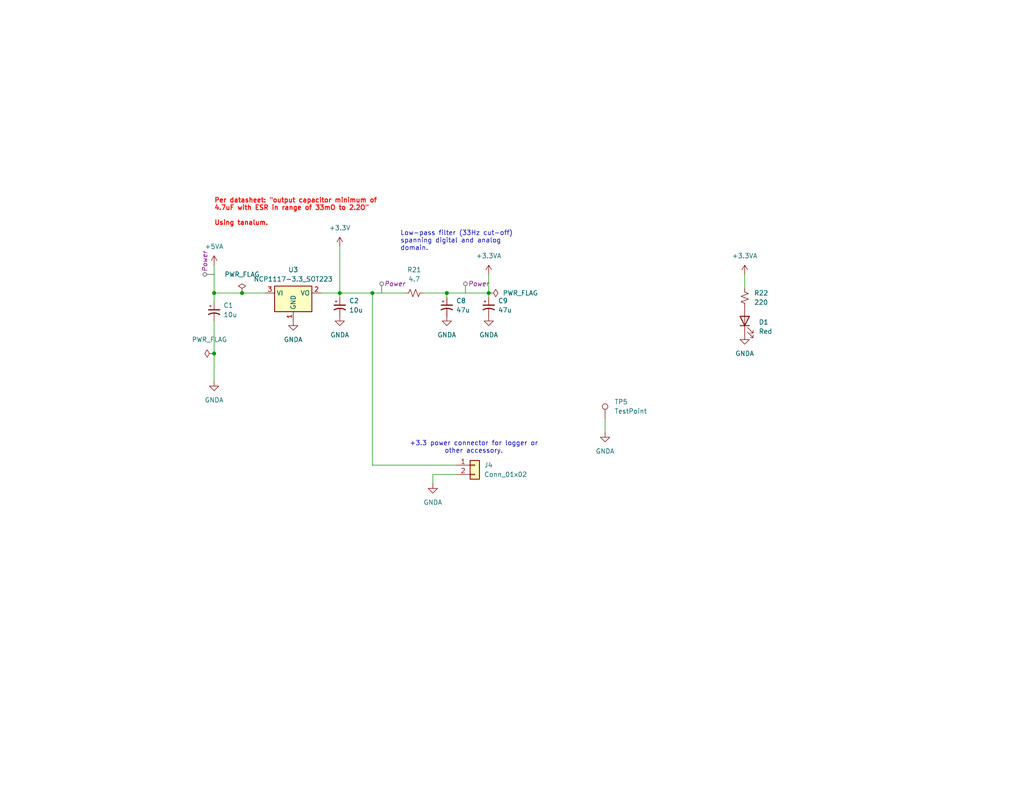
<source format=kicad_sch>
(kicad_sch (version 20231120) (generator "eeschema") (generator_version "8.0")
  (paper "USLetter")
  (title_block (title "MicroLink - Power Related") (date "2024-04-10") (rev "2") (company "Bruce MacKinnon KC1FSZ") (comment 1 "Copyright (C) 2024 - Not For Commercial Use"))
  (lib_symbols
    (symbol "Connector:TestPoint" (pin_numbers hide) (pin_names (offset 0.762) hide)
      (property "Reference" "TP" (at 0 6.858 0))
      (property "Value" "TestPoint" (at 0 5.08 0))
      (symbol "TestPoint_0_1"
        (circle (center 0 3.302) (radius 0.762))
      )
      (symbol "TestPoint_1_1"
        (pin passive line (at 0 0 90) (length 2.54) (name "1") (number "1"))
      )
    )
    (symbol "Connector_Generic:Conn_01x02" (pin_names (offset 1.016) hide)
      (property "Reference" "J" (at 0 2.54 0))
      (property "Value" "Conn_01x02" (at 0 -5.08 0))
      (symbol "Conn_01x02_1_1"
        (rectangle (start -1.27 -2.413) (end 0 -2.667) (stroke (width 0.1524)))
        (rectangle (start -1.27 0.127) (end 0 -0.127) (stroke (width 0.1524)))
        (rectangle (start -1.27 1.27) (end 1.27 -3.81) (stroke (width 0.254)) (fill (type background)))
        (pin passive line (at -5.08 0 0) (length 3.81) (name "Pin_1") (number "1"))
        (pin passive line (at -5.08 -2.54 0) (length 3.81) (name "Pin_2") (number "2"))
      )
    )
    (symbol "Device:C_Polarized_Small_US" (pin_numbers hide) (pin_names (offset 0.254) hide)
      (property "Reference" "C" (at 0.254 1.778 0))
      (property "Value" "C_Polarized_Small_US" (at 0.254 -2.032 0))
      (symbol "C_Polarized_Small_US_0_1"
        (polyline (pts (xy -1.524 0.508) (xy 1.524 0.508)) (stroke (width 0.3048)))
        (polyline (pts (xy -1.27 1.524) (xy -0.762 1.524)))
        (polyline (pts (xy -1.016 1.27) (xy -1.016 1.778)))
        (arc (start 1.524 -0.762) (mid 0 -0.3734) (end -1.524 -0.762) (stroke (width 0.3048)))
      )
      (symbol "C_Polarized_Small_US_1_1"
        (pin passive line (at 0 2.54 270) (length 2.032) (name "~") (number "1"))
        (pin passive line (at 0 -2.54 90) (length 2.032) (name "~") (number "2"))
      )
    )
    (symbol "Device:LED" (pin_numbers hide) (pin_names (offset 1.016) hide)
      (property "Reference" "D" (at 0 2.54 0))
      (property "Value" "LED" (at 0 -2.54 0))
      (symbol "LED_0_1"
        (polyline (pts (xy -1.27 -1.27) (xy -1.27 1.27)) (stroke (width 0.254)))
        (polyline (pts (xy -1.27 0) (xy 1.27 0)))
        (polyline (pts (xy 1.27 -1.27) (xy 1.27 1.27) (xy -1.27 0) (xy 1.27 -1.27)) (stroke (width 0.254)))
        (polyline (pts (xy -3.048 -0.762) (xy -4.572 -2.286) (xy -3.81 -2.286) (xy -4.572 -2.286) (xy -4.572 -1.524)))
        (polyline (pts (xy -1.778 -0.762) (xy -3.302 -2.286) (xy -2.54 -2.286) (xy -3.302 -2.286) (xy -3.302 -1.524)))
      )
      (symbol "LED_1_1"
        (pin passive line (at -3.81 0 0) (length 2.54) (name "K") (number "1"))
        (pin passive line (at 3.81 0 180) (length 2.54) (name "A") (number "2"))
      )
    )
    (symbol "Device:R_Small_US" (pin_numbers hide) (pin_names (offset 0.254) hide)
      (property "Reference" "R" (at 0.762 0.508 0))
      (property "Value" "R_Small_US" (at 0.762 -1.016 0))
      (symbol "R_Small_US_1_1"
        (polyline (pts (xy 0 0) (xy 1.016 -0.381) (xy 0 -0.762) (xy -1.016 -1.143) (xy 0 -1.524)))
        (polyline (pts (xy 0 1.524) (xy 1.016 1.143) (xy 0 0.762) (xy -1.016 0.381) (xy 0 0)))
        (pin passive line (at 0 2.54 270) (length 1.016) (name "~") (number "1"))
        (pin passive line (at 0 -2.54 90) (length 1.016) (name "~") (number "2"))
      )
    )
    (symbol "Regulator_Linear:NCP1117-3.3_SOT223"
      (property "Reference" "U" (at -3.81 3.175 0))
      (property "Value" "NCP1117-3.3_SOT223" (at 0 3.175 0))
      (symbol "NCP1117-3.3_SOT223_0_1"
        (rectangle (start -5.08 -5.08) (end 5.08 1.905) (stroke (width 0.254)) (fill (type background)))
      )
      (symbol "NCP1117-3.3_SOT223_1_1"
        (pin power_in line (at 0 -7.62 90) (length 2.54) (name "GND") (number "1"))
        (pin power_out line (at 7.62 0 180) (length 2.54) (name "VO") (number "2"))
        (pin power_in line (at -7.62 0 0) (length 2.54) (name "VI") (number "3"))
      )
    )
    (symbol "power:+3.3V" (power) (pin_numbers hide) (pin_names (offset 0) hide)
      (property "Value" "+3.3V" (at 0 3.556 0))
      (symbol "+3.3V_0_1"
        (polyline (pts (xy -0.762 1.27) (xy 0 2.54)))
        (polyline (pts (xy 0 0) (xy 0 2.54)))
        (polyline (pts (xy 0 2.54) (xy 0.762 1.27)))
      )
      (symbol "+3.3V_1_1"
        (pin power_in line (at 0 0 90) (length 0) (name "~") (number "1"))
      )
    )
    (symbol "power:+3.3VA" (power) (pin_numbers hide) (pin_names (offset 0) hide)
      (property "Value" "+3.3VA" (at 0 3.556 0))
      (symbol "+3.3VA_0_1"
        (polyline (pts (xy -0.762 1.27) (xy 0 2.54)))
        (polyline (pts (xy 0 0) (xy 0 2.54)))
        (polyline (pts (xy 0 2.54) (xy 0.762 1.27)))
      )
      (symbol "+3.3VA_1_1"
        (pin power_in line (at 0 0 90) (length 0) (name "~") (number "1"))
      )
    )
    (symbol "power:+5VA" (power) (pin_numbers hide) (pin_names (offset 0) hide)
      (property "Value" "+5VA" (at 0 3.556 0))
      (symbol "+5VA_0_1"
        (polyline (pts (xy -0.762 1.27) (xy 0 2.54)))
        (polyline (pts (xy 0 0) (xy 0 2.54)))
        (polyline (pts (xy 0 2.54) (xy 0.762 1.27)))
      )
      (symbol "+5VA_1_1"
        (pin power_in line (at 0 0 90) (length 0) (name "~") (number "1"))
      )
    )
    (symbol "power:GNDA" (power) (pin_numbers hide) (pin_names (offset 0) hide)
      (property "Value" "GNDA" (at 0 -3.81 0))
      (symbol "GNDA_0_1"
        (polyline (pts (xy 0 0) (xy 0 -1.27) (xy 1.27 -1.27) (xy 0 -2.54) (xy -1.27 -1.27) (xy 0 -1.27)))
      )
      (symbol "GNDA_1_1"
        (pin power_in line (at 0 0 270) (length 0) (name "~") (number "1"))
      )
    )
    (symbol "power:PWR_FLAG" (power) (pin_numbers hide) (pin_names (offset 0) hide)
      (property "Value" "PWR_FLAG" (at 0 3.81 0))
      (symbol "PWR_FLAG_0_0"
        (pin power_out line (at 0 0 90) (length 0) (name "~") (number "1"))
      )
      (symbol "PWR_FLAG_0_1"
        (polyline (pts (xy 0 0) (xy 0 1.27) (xy -1.016 1.905) (xy 0 2.54) (xy 1.016 1.905) (xy 0 1.27)))
      )
    )
  )
  (junction (at 121.92 80.01))
  (junction (at 101.6 80.01))
  (junction (at 66.04 80.01))
  (junction (at 58.42 96.52))
  (junction (at 58.42 80.01))
  (junction (at 92.71 80.01))
  (junction (at 133.35 80.01))
  (wire (pts (xy 165.1 114.3) (xy 165.1 118.11)))
  (wire (pts (xy 87.63 80.01) (xy 92.71 80.01)))
  (wire (pts (xy 101.6 80.01) (xy 110.49 80.01)))
  (wire (pts (xy 124.46 129.54) (xy 118.11 129.54)))
  (wire (pts (xy 58.42 72.39) (xy 58.42 80.01)))
  (wire (pts (xy 121.92 80.01) (xy 133.35 80.01)))
  (wire (pts (xy 101.6 80.01) (xy 101.6 127)))
  (wire (pts (xy 115.57 80.01) (xy 121.92 80.01)))
  (wire (pts (xy 133.35 80.01) (xy 133.35 81.28)))
  (wire (pts (xy 121.92 80.01) (xy 121.92 81.28)))
  (wire (pts (xy 58.42 87.63) (xy 58.42 96.52)))
  (wire (pts (xy 118.11 129.54) (xy 118.11 132.08)))
  (wire (pts (xy 203.2 74.93) (xy 203.2 78.74)))
  (wire (pts (xy 66.04 80.01) (xy 72.39 80.01)))
  (wire (pts (xy 58.42 80.01) (xy 66.04 80.01)))
  (wire (pts (xy 101.6 127) (xy 124.46 127)))
  (wire (pts (xy 133.35 74.93) (xy 133.35 80.01)))
  (wire (pts (xy 58.42 96.52) (xy 58.42 104.14)))
  (wire (pts (xy 92.71 80.01) (xy 92.71 81.28)))
  (wire (pts (xy 92.71 67.31) (xy 92.71 80.01)))
  (wire (pts (xy 92.71 80.01) (xy 101.6 80.01)))
  (wire (pts (xy 58.42 82.55) (xy 58.42 80.01)))
  (text "+3.3 power connector for logger or\nother accessory." (at 129.286 122.174 0) (effects (font (size 1.27 1.27))))
  (text "Low-pass filter (33Hz cut-off)\nspanning digital and analog \ndomain." (at 109.22 68.58 0) (effects (font (size 1.27 1.27)) (justify left bottom)))
  (text "Per datasheet: \"output capacitor minimum of \n4.7uF with ESR in range of 33mO to 2.2O\"\n\nUsing tanalum." (at 58.42 61.722 0) (effects (font (size 1.27 1.27) (thickness 0.254) (bold yes)) (justify left bottom)))
  (netclass_flag "" (length 2.54) (shape round) (at 58.42 74.93 90) (property "Netclass" "Power" (at 55.88 74.2315 90) (effects (font (italic yes)) (justify left))))
  (netclass_flag "" (length 2.54) (shape round) (at 127 80.01 0) (property "Netclass" "Power" (at 127.6985 77.47 0) (effects (font (italic yes)) (justify left))))
  (netclass_flag "" (length 2.54) (shape round) (at 104.14 80.01 0) (property "Netclass" "Power" (at 104.8385 77.47 0) (effects (font (italic yes)) (justify left))))
  (symbol (lib_id "Connector_Generic:Conn_01x02") (at 129.54 127 0) (unit 1)
    (property "Reference" "J4" (at 132.08 126.9999 0) (effects (justify left)))
    (property "Value" "Conn_01x02" (at 132.08 129.5399 0) (effects (justify left)))
    (property "Footprint" "Connector_PinHeader_2.54mm:PinHeader_1x02_P2.54mm_Vertical" (effects (hide yes)))
    (property "Description" "Generic connector, single row, 01x02, script generated (kicad-library-utils/schlib/autogen/connector/)" (effects (hide yes)))
  )
  (symbol (lib_id "Device:C_Polarized_Small_US") (at 121.92 83.82 0) (unit 1)
    (property "Reference" "C8" (at 124.46 82.1181 0) (effects (justify left)))
    (property "Value" "47u" (at 124.46 84.6581 0) (effects (justify left)))
    (property "Footprint" "bruce-footprints:CPOL_0805_2012Metric_Pad1.18x1.45mm_HandSolder" (effects (hide yes)))
    (property "Description" "Polarized capacitor, small US symbol" (effects (hide yes)))
  )
  (symbol (lib_id "power:GNDA") (at 80.01 87.63 0) (unit 1)
    (property "Reference" "#PWR021" (effects (hide yes)))
    (property "Value" "GNDA" (at 80.01 92.71 0))
    (property "Description" "Power symbol creates a global label with name \"GNDA\" , analog ground" (effects (hide yes)))
  )
  (symbol (lib_id "power:PWR_FLAG") (at 58.42 96.52 90) (unit 1)
    (property "Reference" "#FLG02" (effects (hide yes)))
    (property "Value" "PWR_FLAG" (at 57.15 92.71 90))
    (property "Description" "Special symbol for telling ERC where power comes from" (effects (hide yes)))
  )
  (symbol (lib_id "power:GNDA") (at 165.1 118.11 0) (unit 1)
    (property "Reference" "#PWR03" (effects (hide yes)))
    (property "Value" "GNDA" (at 165.1 123.19 0))
    (property "Description" "Power symbol creates a global label with name \"GNDA\" , analog ground" (effects (hide yes)))
  )
  (symbol (lib_id "power:GNDA") (at 58.42 104.14 0) (unit 1)
    (property "Reference" "#PWR014" (effects (hide yes)))
    (property "Value" "GNDA" (at 58.42 109.22 0))
    (property "Description" "Power symbol creates a global label with name \"GNDA\" , analog ground" (effects (hide yes)))
  )
  (symbol (lib_id "power:+3.3VA") (at 133.35 74.93 0) (unit 1)
    (property "Reference" "#PWR016" (effects (hide yes)))
    (property "Value" "+3.3VA" (at 133.35 69.85 0))
    (property "Description" "Power symbol creates a global label with name \"+3.3VA\"" (effects (hide yes)))
  )
  (symbol (lib_id "Device:C_Polarized_Small_US") (at 92.71 83.82 0) (unit 1)
    (property "Reference" "C2" (at 95.25 82.1181 0) (effects (justify left)))
    (property "Value" "10u" (at 95.25 84.6581 0) (effects (justify left)))
    (property "Footprint" "bruce-footprints:CPOL_0805_2012Metric_Pad1.18x1.45mm_HandSolder" (effects (hide yes)))
    (property "Description" "Polarized capacitor, small US symbol" (effects (hide yes)))
  )
  (symbol (lib_id "power:GNDA") (at 121.92 86.36 0) (unit 1)
    (property "Reference" "#PWR041" (effects (hide yes)))
    (property "Value" "GNDA" (at 121.92 91.44 0))
    (property "Description" "Power symbol creates a global label with name \"GNDA\" , analog ground" (effects (hide yes)))
  )
  (symbol (lib_id "power:GNDA") (at 92.71 86.36 0) (unit 1)
    (property "Reference" "#PWR015" (effects (hide yes)))
    (property "Value" "GNDA" (at 92.71 91.44 0))
    (property "Description" "Power symbol creates a global label with name \"GNDA\" , analog ground" (effects (hide yes)))
  )
  (symbol (lib_id "Connector:TestPoint") (at 165.1 114.3 0) (unit 1)
    (property "Reference" "TP5" (at 167.64 109.7279 0) (effects (justify left)))
    (property "Value" "TestPoint" (at 167.64 112.2679 0) (effects (justify left)))
    (property "Footprint" "TestPoint:TestPoint_Pad_2.5x2.5mm" (effects (hide yes)))
    (property "Description" "test point" (effects (hide yes)))
  )
  (symbol (lib_id "power:GNDA") (at 118.11 132.08 0) (unit 1)
    (property "Reference" "#PWR028" (effects (hide yes)))
    (property "Value" "GNDA" (at 118.11 137.16 0))
    (property "Description" "Power symbol creates a global label with name \"GNDA\" , analog ground" (effects (hide yes)))
  )
  (symbol (lib_id "power:+5VA") (at 58.42 72.39 0) (unit 1)
    (property "Reference" "#PWR01" (effects (hide yes)))
    (property "Value" "+5VA" (at 58.42 67.31 0))
    (property "Description" "Power symbol creates a global label with name \"+5VA\"" (effects (hide yes)))
  )
  (symbol (lib_id "Device:C_Polarized_Small_US") (at 58.42 85.09 0) (unit 1)
    (property "Reference" "C1" (at 60.96 83.3881 0) (effects (justify left)))
    (property "Value" "10u" (at 60.96 85.9281 0) (effects (justify left)))
    (property "Footprint" "bruce-footprints:CPOL_0805_2012Metric_Pad1.18x1.45mm_HandSolder" (effects (hide yes)))
    (property "Description" "Polarized capacitor, small US symbol" (effects (hide yes)))
  )
  (symbol (lib_id "Regulator_Linear:NCP1117-3.3_SOT223") (at 80.01 80.01 0) (unit 1)
    (property "Reference" "U3" (at 80.01 73.66 0))
    (property "Value" "NCP1117-3.3_SOT223" (at 80.01 76.2 0))
    (property "Footprint" "Package_TO_SOT_SMD:SOT-223-3_TabPin2" (effects (hide yes)))
    (property "Datasheet" "http://www.onsemi.com/pub_link/Collateral/NCP1117-D.PDF" (effects (hide yes)))
    (property "Description" "1A Low drop-out regulator, Fixed Output 3.3V, SOT-223" (effects (hide yes)))
  )
  (symbol (lib_id "Device:R_Small_US") (at 203.2 81.28 0) (unit 1)
    (property "Reference" "R22" (at 205.74 80.01 0) (effects (justify left)))
    (property "Value" "220" (at 205.74 82.55 0) (effects (justify left)))
    (property "Footprint" "Resistor_SMD:R_0805_2012Metric_Pad1.20x1.40mm_HandSolder" (effects (hide yes)))
    (property "Description" "Resistor, small US symbol" (effects (hide yes)))
  )
  (symbol (lib_id "Device:LED") (at 203.2 87.63 90) (unit 1)
    (property "Reference" "D1" (at 207.01 87.9474 90) (effects (justify right)))
    (property "Value" "Red" (at 207.01 90.4874 90) (effects (justify right)))
    (property "Footprint" "LED_SMD:LED_0805_2012Metric_Pad1.15x1.40mm_HandSolder" (effects (hide yes)))
    (property "Description" "Light emitting diode" (effects (hide yes)))
  )
  (symbol (lib_id "power:GNDA") (at 133.35 86.36 0) (unit 1)
    (property "Reference" "#PWR044" (effects (hide yes)))
    (property "Value" "GNDA" (at 133.35 91.44 0))
    (property "Description" "Power symbol creates a global label with name \"GNDA\" , analog ground" (effects (hide yes)))
  )
  (symbol (lib_id "Device:C_Polarized_Small_US") (at 133.35 83.82 0) (unit 1)
    (property "Reference" "C9" (at 135.89 82.1181 0) (effects (justify left)))
    (property "Value" "47u" (at 135.89 84.6581 0) (effects (justify left)))
    (property "Footprint" "bruce-footprints:CPOL_0805_2012Metric_Pad1.18x1.45mm_HandSolder" (effects (hide yes)))
    (property "Description" "Polarized capacitor, small US symbol" (effects (hide yes)))
  )
  (symbol (lib_id "Device:R_Small_US") (at 113.03 80.01 90) (unit 1)
    (property "Reference" "R21" (at 113.03 73.66 90))
    (property "Value" "4.7" (at 113.03 76.2 90))
    (property "Footprint" "Resistor_SMD:R_0805_2012Metric_Pad1.20x1.40mm_HandSolder" (effects (hide yes)))
    (property "Description" "Resistor, small US symbol" (effects (hide yes)))
  )
  (symbol (lib_id "power:PWR_FLAG") (at 133.35 80.01 270) (unit 1)
    (property "Reference" "#FLG04" (effects (hide yes)))
    (property "Value" "PWR_FLAG" (at 137.16 80.0099 90) (effects (justify left)))
    (property "Description" "Special symbol for telling ERC where power comes from" (effects (hide yes)))
  )
  (symbol (lib_id "power:PWR_FLAG") (at 66.04 80.01 0) (unit 1)
    (property "Reference" "#FLG01" (effects (hide yes)))
    (property "Value" "PWR_FLAG" (at 66.04 74.93 0))
    (property "Description" "Special symbol for telling ERC where power comes from" (effects (hide yes)))
  )
  (symbol (lib_id "power:+3.3VA") (at 203.2 74.93 0) (unit 1)
    (property "Reference" "#PWR024" (effects (hide yes)))
    (property "Value" "+3.3VA" (at 203.2 69.85 0))
    (property "Description" "Power symbol creates a global label with name \"+3.3VA\"" (effects (hide yes)))
  )
  (symbol (lib_id "power:GNDA") (at 203.2 91.44 0) (unit 1)
    (property "Reference" "#PWR025" (effects (hide yes)))
    (property "Value" "GNDA" (at 203.2 96.52 0))
    (property "Description" "Power symbol creates a global label with name \"GNDA\" , analog ground" (effects (hide yes)))
  )
  (symbol (lib_id "power:+3.3V") (at 92.71 67.31 0) (unit 1)
    (property "Reference" "#PWR046" (effects (hide yes)))
    (property "Value" "+3.3V" (at 92.71 62.23 0))
    (property "Description" "Power symbol creates a global label with name \"+3.3V\"" (effects (hide yes)))
  )
)
</source>
